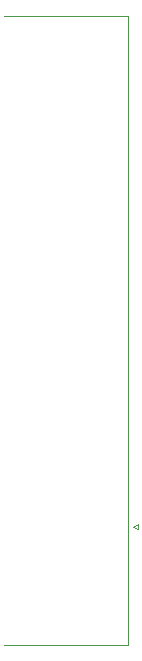
<source format=gbr>
%TF.GenerationSoftware,KiCad,Pcbnew,8.0.4*%
%TF.CreationDate,2025-01-16T17:17:22-06:00*%
%TF.ProjectId,KiCad-Pi-Pico,4b694361-642d-4506-992d-5069636f2e6b,1.0*%
%TF.SameCoordinates,Original*%
%TF.FileFunction,Legend,Bot*%
%TF.FilePolarity,Positive*%
%FSLAX46Y46*%
G04 Gerber Fmt 4.6, Leading zero omitted, Abs format (unit mm)*
G04 Created by KiCad (PCBNEW 8.0.4) date 2025-01-16 17:17:22*
%MOMM*%
%LPD*%
G01*
G04 APERTURE LIST*
%ADD10C,0.120000*%
G04 APERTURE END LIST*
D10*
%TO.C,J1*%
X95285331Y-73395000D02*
X105765331Y-73395000D01*
X105765331Y-73395000D02*
X105765331Y-126615000D01*
X105765331Y-126615000D02*
X95285331Y-126615000D01*
X106226656Y-116625000D02*
X106659669Y-116375000D01*
X106659669Y-116375000D02*
X106659669Y-116875000D01*
X106659669Y-116875000D02*
X106226656Y-116625000D01*
%TD*%
M02*

</source>
